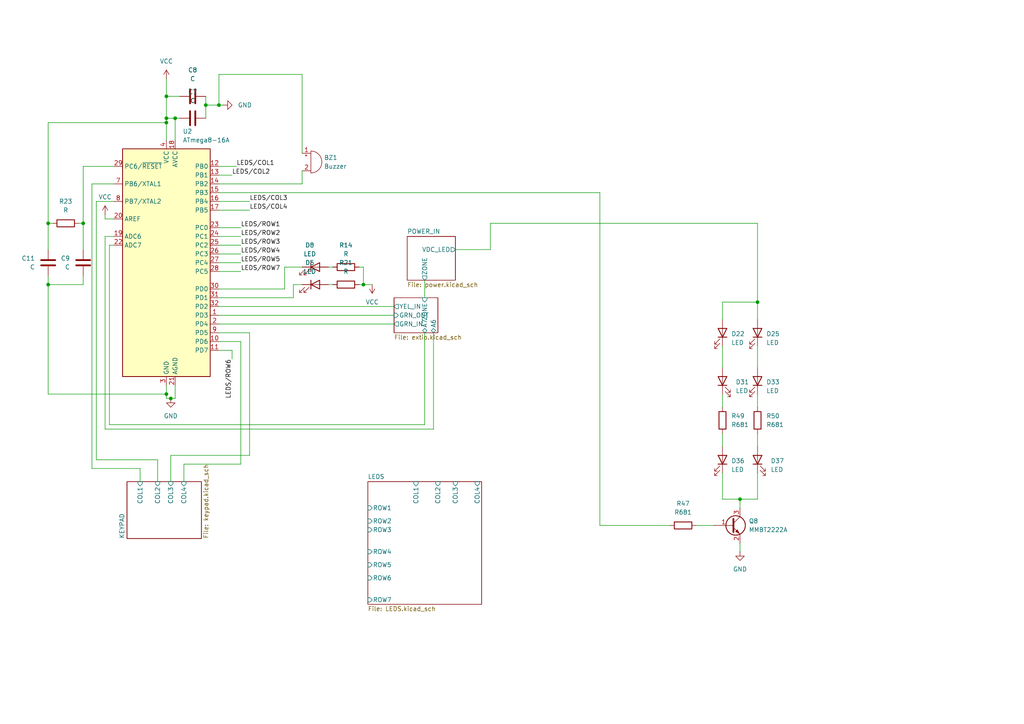
<source format=kicad_sch>
(kicad_sch (version 20231120) (generator "eeschema") (generator_version "8.0")
  (paper "A4")
  (lib_symbols
    (symbol "Device:Buzzer" (pin_names (offset 0.0254) hide)
      (property "Reference" "BZ" (at 3.81 1.27 0))
      (property "Value" "Buzzer" (at 3.81 -1.27 0))
      (symbol "Buzzer_0_1"
        (arc (start 0 -3.175) (mid 3.1612 0) (end 0 3.175))
        (polyline (pts (xy -1.651 1.905) (xy -1.143 1.905)))
        (polyline (pts (xy -1.397 2.159) (xy -1.397 1.651)))
        (polyline (pts (xy 0 3.175) (xy 0 -3.175)))
      )
      (symbol "Buzzer_1_1"
        (pin passive line (at -2.54 2.54 0) (length 2.54) (name "+") (number "1"))
        (pin passive line (at -2.54 -2.54 0) (length 2.54) (name "-") (number "2"))
      )
    )
    (symbol "Device:C" (pin_numbers hide) (pin_names (offset 0.254))
      (property "Reference" "C" (at 0.635 2.54 0))
      (property "Value" "C" (at 0.635 -2.54 0))
      (symbol "C_0_1"
        (polyline (pts (xy -2.032 -0.762) (xy 2.032 -0.762)) (stroke (width 0.508)))
        (polyline (pts (xy -2.032 0.762) (xy 2.032 0.762)) (stroke (width 0.508)))
      )
      (symbol "C_1_1"
        (pin passive line (at 0 3.81 270) (length 2.794) (name "~") (number "1"))
        (pin passive line (at 0 -3.81 90) (length 2.794) (name "~") (number "2"))
      )
    )
    (symbol "Device:LED" (pin_numbers hide) (pin_names (offset 1.016) hide)
      (property "Reference" "D" (at 0 2.54 0))
      (property "Value" "LED" (at 0 -2.54 0))
      (symbol "LED_0_1"
        (polyline (pts (xy -1.27 -1.27) (xy -1.27 1.27)) (stroke (width 0.254)))
        (polyline (pts (xy -1.27 0) (xy 1.27 0)))
        (polyline (pts (xy 1.27 -1.27) (xy 1.27 1.27) (xy -1.27 0) (xy 1.27 -1.27)) (stroke (width 0.254)))
        (polyline (pts (xy -3.048 -0.762) (xy -4.572 -2.286) (xy -3.81 -2.286) (xy -4.572 -2.286) (xy -4.572 -1.524)))
        (polyline (pts (xy -1.778 -0.762) (xy -3.302 -2.286) (xy -2.54 -2.286) (xy -3.302 -2.286) (xy -3.302 -1.524)))
      )
      (symbol "LED_1_1"
        (pin passive line (at -3.81 0 0) (length 2.54) (name "K") (number "1"))
        (pin passive line (at 3.81 0 180) (length 2.54) (name "A") (number "2"))
      )
    )
    (symbol "Device:R" (pin_numbers hide) (pin_names (offset 0))
      (property "Reference" "R" (at 2.032 0 90))
      (property "Value" "R" (at 0 0 90))
      (symbol "R_0_1"
        (rectangle (start -1.016 -2.54) (end 1.016 2.54) (stroke (width 0.254)))
      )
      (symbol "R_1_1"
        (pin passive line (at 0 3.81 270) (length 1.27) (name "~") (number "1"))
        (pin passive line (at 0 -3.81 90) (length 1.27) (name "~") (number "2"))
      )
    )
    (symbol "MCU_Microchip_ATmega:ATmega8-16A"
      (property "Reference" "U" (at -12.7 34.29 0))
      (property "Value" "ATmega8-16A" (at 5.08 -34.29 0))
      (symbol "ATmega8-16A_0_1"
        (rectangle (start -12.7 -33.02) (end 12.7 33.02) (stroke (width 0.254)) (fill (type background)))
      )
      (symbol "ATmega8-16A_1_1"
        (pin bidirectional line (at 15.24 -15.24 180) (length 2.54) (name "PD3") (number "1"))
        (pin bidirectional line (at 15.24 -22.86 180) (length 2.54) (name "PD6") (number "10"))
        (pin bidirectional line (at 15.24 -25.4 180) (length 2.54) (name "PD7") (number "11"))
        (pin bidirectional line (at 15.24 27.94 180) (length 2.54) (name "PB0") (number "12"))
        (pin bidirectional line (at 15.24 25.4 180) (length 2.54) (name "PB1") (number "13"))
        (pin bidirectional line (at 15.24 22.86 180) (length 2.54) (name "PB2") (number "14"))
        (pin bidirectional line (at 15.24 20.32 180) (length 2.54) (name "PB3") (number "15"))
        (pin bidirectional line (at 15.24 17.78 180) (length 2.54) (name "PB4") (number "16"))
        (pin bidirectional line (at 15.24 15.24 180) (length 2.54) (name "PB5") (number "17"))
        (pin power_in line (at 2.54 35.56 270) (length 2.54) (name "AVCC") (number "18"))
        (pin input line (at -15.24 7.62 0) (length 2.54) (name "ADC6") (number "19"))
        (pin bidirectional line (at 15.24 -17.78 180) (length 2.54) (name "PD4") (number "2"))
        (pin passive line (at -15.24 12.7 0) (length 2.54) (name "AREF") (number "20"))
        (pin power_in line (at 2.54 -35.56 90) (length 2.54) (name "AGND") (number "21"))
        (pin input line (at -15.24 5.08 0) (length 2.54) (name "ADC7") (number "22"))
        (pin bidirectional line (at 15.24 10.16 180) (length 2.54) (name "PC0") (number "23"))
        (pin bidirectional line (at 15.24 7.62 180) (length 2.54) (name "PC1") (number "24"))
        (pin bidirectional line (at 15.24 5.08 180) (length 2.54) (name "PC2") (number "25"))
        (pin bidirectional line (at 15.24 2.54 180) (length 2.54) (name "PC3") (number "26"))
        (pin bidirectional line (at 15.24 0 180) (length 2.54) (name "PC4") (number "27"))
        (pin bidirectional line (at 15.24 -2.54 180) (length 2.54) (name "PC5") (number "28"))
        (pin bidirectional line (at -15.24 27.94 0) (length 2.54) (name "PC6/~{RESET}") (number "29"))
        (pin power_in line (at 0 -35.56 90) (length 2.54) (name "GND") (number "3"))
        (pin bidirectional line (at 15.24 -7.62 180) (length 2.54) (name "PD0") (number "30"))
        (pin bidirectional line (at 15.24 -10.16 180) (length 2.54) (name "PD1") (number "31"))
        (pin bidirectional line (at 15.24 -12.7 180) (length 2.54) (name "PD2") (number "32"))
        (pin power_in line (at 0 35.56 270) (length 2.54) (name "VCC") (number "4"))
        (pin passive line (at 0 -35.56 90) (length 2.54) hide (name "GND") (number "5"))
        (pin passive line (at 0 35.56 270) (length 2.54) hide (name "VCC") (number "6"))
        (pin bidirectional line (at -15.24 22.86 0) (length 2.54) (name "PB6/XTAL1") (number "7"))
        (pin bidirectional line (at -15.24 17.78 0) (length 2.54) (name "PB7/XTAL2") (number "8"))
        (pin bidirectional line (at 15.24 -20.32 180) (length 2.54) (name "PD5") (number "9"))
      )
    )
    (symbol "Transistor_BJT:MMBT2222A" (pin_names (offset 0) hide)
      (property "Reference" "Q" (at 5.08 1.905 0))
      (property "Value" "MMBT2222A" (at 5.08 0 0))
      (symbol "MMBT2222A_0_1"
        (polyline (pts (xy 0.635 0.635) (xy 2.54 2.54)))
        (polyline (pts (xy 0.635 -0.635) (xy 2.54 -2.54) (xy 2.54 -2.54)))
        (polyline (pts (xy 0.635 1.905) (xy 0.635 -1.905) (xy 0.635 -1.905)) (stroke (width 0.508)))
        (polyline (pts (xy 1.27 -1.778) (xy 1.778 -1.27) (xy 2.286 -2.286) (xy 1.27 -1.778) (xy 1.27 -1.778)) (fill (type outline)))
        (circle (center 1.27 0) (radius 2.8194) (stroke (width 0.254)))
      )
      (symbol "MMBT2222A_1_1"
        (pin input line (at -5.08 0 0) (length 5.715) (name "B") (number "1"))
        (pin passive line (at 2.54 -5.08 90) (length 2.54) (name "E") (number "2"))
        (pin passive line (at 2.54 5.08 270) (length 2.54) (name "C") (number "3"))
      )
    )
    (symbol "power:GND" (power) (pin_numbers hide) (pin_names (offset 0) hide)
      (property "Value" "GND" (at 0 -3.81 0))
      (symbol "GND_0_1"
        (polyline (pts (xy 0 0) (xy 0 -1.27) (xy 1.27 -1.27) (xy 0 -2.54) (xy -1.27 -1.27) (xy 0 -1.27)))
      )
      (symbol "GND_1_1"
        (pin power_in line (at 0 0 270) (length 0) (name "~") (number "1"))
      )
    )
    (symbol "power:VCC" (power) (pin_numbers hide) (pin_names (offset 0) hide)
      (property "Value" "VCC" (at 0 3.556 0))
      (symbol "VCC_0_1"
        (polyline (pts (xy -0.762 1.27) (xy 0 2.54)))
        (polyline (pts (xy 0 0) (xy 0 2.54)))
        (polyline (pts (xy 0 2.54) (xy 0.762 1.27)))
      )
      (symbol "VCC_1_1"
        (pin power_in line (at 0 0 90) (length 0) (name "~") (number "1"))
      )
    )
  )
  (junction (at 48.26 114.3))
  (junction (at 105.41 82.55))
  (junction (at 48.26 27.94))
  (junction (at 13.97 82.55))
  (junction (at 48.26 35.56))
  (junction (at 50.8 34.29))
  (junction (at 49.53 115.57))
  (junction (at 214.63 144.78))
  (junction (at 63.5 30.48))
  (junction (at 48.26 34.29))
  (junction (at 24.13 64.77))
  (junction (at 219.71 87.63))
  (junction (at 13.97 64.77))
  (junction (at 59.69 30.48))
  (wire (pts (xy 31.75 71.12) (xy 31.75 123.19)))
  (wire (pts (xy 105.41 77.47) (xy 105.41 82.55)))
  (wire (pts (xy 48.26 35.56) (xy 48.26 40.64)))
  (wire (pts (xy 95.25 82.55) (xy 96.52 82.55)))
  (wire (pts (xy 87.63 53.34) (xy 87.63 49.53)))
  (wire (pts (xy 123.19 123.19) (xy 123.19 96.52)))
  (wire (pts (xy 63.5 96.52) (xy 72.39 96.52)))
  (wire (pts (xy 33.02 58.42) (xy 27.94 58.42)))
  (wire (pts (xy 49.53 132.08) (xy 49.53 139.7)))
  (wire (pts (xy 50.8 111.76) (xy 50.8 115.57)))
  (wire (pts (xy 87.63 21.59) (xy 63.5 21.59)))
  (wire (pts (xy 125.73 96.52) (xy 125.73 124.46)))
  (wire (pts (xy 209.55 87.63) (xy 209.55 92.71)))
  (wire (pts (xy 67.31 101.6) (xy 67.31 104.14)))
  (wire (pts (xy 48.26 35.56) (xy 13.97 35.56)))
  (wire (pts (xy 13.97 35.56) (xy 13.97 64.77)))
  (wire (pts (xy 30.48 124.46) (xy 30.48 68.58)))
  (wire (pts (xy 63.5 88.9) (xy 114.3 88.9)))
  (wire (pts (xy 63.5 93.98) (xy 114.3 93.98)))
  (wire (pts (xy 87.63 44.45) (xy 87.63 21.59)))
  (wire (pts (xy 63.5 99.06) (xy 69.85 99.06)))
  (wire (pts (xy 63.5 60.96) (xy 72.39 60.96)))
  (wire (pts (xy 27.94 133.35) (xy 45.72 133.35)))
  (wire (pts (xy 63.5 71.12) (xy 69.85 71.12)))
  (wire (pts (xy 24.13 80.01) (xy 24.13 82.55)))
  (wire (pts (xy 63.5 53.34) (xy 87.63 53.34)))
  (wire (pts (xy 45.72 133.35) (xy 45.72 139.7)))
  (wire (pts (xy 142.24 64.77) (xy 219.71 64.77)))
  (wire (pts (xy 63.5 48.26) (xy 68.58 48.26)))
  (wire (pts (xy 31.75 123.19) (xy 123.19 123.19)))
  (wire (pts (xy 82.55 77.47) (xy 82.55 83.82)))
  (wire (pts (xy 50.8 34.29) (xy 52.07 34.29)))
  (wire (pts (xy 209.55 137.16) (xy 209.55 144.78)))
  (wire (pts (xy 214.63 157.48) (xy 214.63 160.02)))
  (wire (pts (xy 72.39 132.08) (xy 49.53 132.08)))
  (wire (pts (xy 63.5 78.74) (xy 69.85 78.74)))
  (wire (pts (xy 24.13 82.55) (xy 13.97 82.55)))
  (wire (pts (xy 48.26 35.56) (xy 48.26 34.29)))
  (wire (pts (xy 48.26 34.29) (xy 50.8 34.29)))
  (wire (pts (xy 48.26 111.76) (xy 48.26 114.3)))
  (wire (pts (xy 50.8 115.57) (xy 49.53 115.57)))
  (wire (pts (xy 209.55 125.73) (xy 209.55 129.54)))
  (wire (pts (xy 209.55 87.63) (xy 219.71 87.63)))
  (wire (pts (xy 173.99 55.88) (xy 173.99 152.4)))
  (wire (pts (xy 48.26 22.86) (xy 48.26 27.94)))
  (wire (pts (xy 50.8 34.29) (xy 50.8 40.64)))
  (wire (pts (xy 219.71 137.16) (xy 219.71 144.78)))
  (wire (pts (xy 33.02 53.34) (xy 26.67 53.34)))
  (wire (pts (xy 33.02 71.12) (xy 31.75 71.12)))
  (wire (pts (xy 13.97 82.55) (xy 13.97 80.01)))
  (wire (pts (xy 48.26 27.94) (xy 48.26 34.29)))
  (wire (pts (xy 30.48 62.23) (xy 30.48 63.5)))
  (wire (pts (xy 63.5 66.04) (xy 69.85 66.04)))
  (wire (pts (xy 63.5 30.48) (xy 59.69 30.48)))
  (wire (pts (xy 13.97 114.3) (xy 13.97 82.55)))
  (wire (pts (xy 219.71 125.73) (xy 219.71 129.54)))
  (wire (pts (xy 15.24 64.77) (xy 13.97 64.77)))
  (wire (pts (xy 219.71 100.33) (xy 219.71 106.68)))
  (wire (pts (xy 63.5 91.44) (xy 114.3 91.44)))
  (wire (pts (xy 96.52 77.47) (xy 95.25 77.47)))
  (wire (pts (xy 26.67 53.34) (xy 26.67 135.89)))
  (wire (pts (xy 48.26 27.94) (xy 52.07 27.94)))
  (wire (pts (xy 63.5 101.6) (xy 67.31 101.6)))
  (wire (pts (xy 48.26 114.3) (xy 13.97 114.3)))
  (wire (pts (xy 72.39 96.52) (xy 72.39 132.08)))
  (wire (pts (xy 209.55 100.33) (xy 209.55 106.68)))
  (wire (pts (xy 123.19 81.28) (xy 123.19 86.36)))
  (wire (pts (xy 87.63 77.47) (xy 82.55 77.47)))
  (wire (pts (xy 63.5 73.66) (xy 69.85 73.66)))
  (wire (pts (xy 87.63 82.55) (xy 85.09 82.55)))
  (wire (pts (xy 63.5 55.88) (xy 173.99 55.88)))
  (wire (pts (xy 63.5 21.59) (xy 63.5 30.48)))
  (wire (pts (xy 59.69 30.48) (xy 59.69 34.29)))
  (wire (pts (xy 30.48 68.58) (xy 33.02 68.58)))
  (wire (pts (xy 27.94 58.42) (xy 27.94 133.35)))
  (wire (pts (xy 63.5 76.2) (xy 69.85 76.2)))
  (wire (pts (xy 69.85 134.62) (xy 53.34 134.62)))
  (wire (pts (xy 13.97 64.77) (xy 13.97 72.39)))
  (wire (pts (xy 142.24 72.39) (xy 142.24 64.77)))
  (wire (pts (xy 85.09 82.55) (xy 85.09 86.36)))
  (wire (pts (xy 63.5 83.82) (xy 82.55 83.82)))
  (wire (pts (xy 48.26 114.3) (xy 48.26 115.57)))
  (wire (pts (xy 48.26 115.57) (xy 49.53 115.57)))
  (wire (pts (xy 40.64 135.89) (xy 40.64 139.7)))
  (wire (pts (xy 219.71 144.78) (xy 214.63 144.78)))
  (wire (pts (xy 209.55 144.78) (xy 214.63 144.78)))
  (wire (pts (xy 105.41 82.55) (xy 107.95 82.55)))
  (wire (pts (xy 64.77 30.48) (xy 63.5 30.48)))
  (wire (pts (xy 209.55 114.3) (xy 209.55 118.11)))
  (wire (pts (xy 63.5 50.8) (xy 67.31 50.8)))
  (wire (pts (xy 24.13 48.26) (xy 24.13 64.77)))
  (wire (pts (xy 59.69 30.48) (xy 59.69 27.94)))
  (wire (pts (xy 69.85 99.06) (xy 69.85 134.62)))
  (wire (pts (xy 104.14 77.47) (xy 105.41 77.47)))
  (wire (pts (xy 53.34 134.62) (xy 53.34 139.7)))
  (wire (pts (xy 214.63 147.32) (xy 214.63 144.78)))
  (wire (pts (xy 24.13 64.77) (xy 24.13 72.39)))
  (wire (pts (xy 201.93 152.4) (xy 207.01 152.4)))
  (wire (pts (xy 26.67 135.89) (xy 40.64 135.89)))
  (wire (pts (xy 173.99 152.4) (xy 194.31 152.4)))
  (wire (pts (xy 132.08 72.39) (xy 142.24 72.39)))
  (wire (pts (xy 33.02 48.26) (xy 24.13 48.26)))
  (wire (pts (xy 219.71 87.63) (xy 219.71 92.71)))
  (wire (pts (xy 24.13 64.77) (xy 22.86 64.77)))
  (wire (pts (xy 63.5 68.58) (xy 69.85 68.58)))
  (wire (pts (xy 104.14 82.55) (xy 105.41 82.55)))
  (wire (pts (xy 85.09 86.36) (xy 63.5 86.36)))
  (wire (pts (xy 219.71 114.3) (xy 219.71 118.11)))
  (wire (pts (xy 219.71 64.77) (xy 219.71 87.63)))
  (wire (pts (xy 125.73 124.46) (xy 30.48 124.46)))
  (wire (pts (xy 30.48 63.5) (xy 33.02 63.5)))
  (wire (pts (xy 63.5 58.42) (xy 72.39 58.42)))
  (label "LEDS{slash}ROW4" (at 69.85 73.66 0))
  (label "LEDS{slash}ROW5" (at 69.85 76.2 0))
  (label "LEDS{slash}COL1" (at 68.58 48.26 0))
  (label "LEDS{slash}ROW1" (at 69.85 66.04 0))
  (label "LEDS{slash}COL2" (at 67.31 50.8 0))
  (label "LEDS{slash}ROW7" (at 69.85 78.74 0))
  (label "LEDS{slash}ROW3" (at 69.85 71.12 0))
  (label "LEDS{slash}ROW2" (at 69.85 68.58 0))
  (label "LEDS{slash}ROW6" (at 67.31 104.14 270))
  (label "LEDS{slash}COL3" (at 72.39 58.42 0))
  (label "LEDS{slash}COL4" (at 72.39 60.96 0))
  (symbol (lib_id "MCU_Microchip_ATmega:ATmega8-16A") (at 48.26 76.2 0) (unit 1)
    (property "Reference" "U2" (at 52.9941 38.1 0) (effects (justify left)))
    (property "Value" "ATmega8-16A" (at 52.9941 40.64 0) (effects (justify left)))
    (property "Footprint" "Package_QFP:TQFP-32_7x7mm_P0.8mm" (effects (hide yes)))
    (property "Datasheet" "http://ww1.microchip.com/downloads/en/DeviceDoc/atmel-2486-8-bit-avr-microcontroller-atmega8_l_datasheet.pdf" (effects (hide yes)))
    (property "Description" "16MHz, 8kB Flash, 1kB SRAM, 512B EEPROM, TQFP-32" (effects (hide yes)))
  )
  (symbol (lib_id "power:VCC") (at 48.26 22.86 0) (unit 1)
    (property "Reference" "#PWR05" (effects (hide yes)))
    (property "Value" "VCC" (at 48.26 17.78 0))
    (property "Description" "Power symbol creates a global label with name \"VCC\"" (effects (hide yes)))
  )
  (symbol (lib_id "Transistor_BJT:MMBT2222A") (at 212.09 152.4 0) (unit 1)
    (property "Reference" "Q8" (at 217.17 151.1299 0) (effects (justify left)))
    (property "Value" "MMBT2222A" (at 217.17 153.6699 0) (effects (justify left)))
    (property "Footprint" "Package_TO_SOT_SMD:SOT-23" (effects (hide yes)))
    (property "Datasheet" "https://assets.nexperia.com/documents/data-sheet/MMBT2222A.pdf" (effects (hide yes)))
    (property "Description" "600mA Ic, 40V Vce, NPN Transistor, SOT-23" (effects (hide yes)))
  )
  (symbol (lib_id "Device:LED") (at 219.71 96.52 270) (mirror x) (unit 1)
    (property "Reference" "D25" (at 222.25 96.8374 90) (effects (justify left)))
    (property "Value" "LED" (at 222.25 99.3774 90) (effects (justify left)))
    (property "Footprint" "LED_SMD:LED_1206_3216Metric_ReverseMount_Hole1.8x2.4mm" (effects (hide yes)))
    (property "Description" "Light emitting diode" (effects (hide yes)))
  )
  (symbol (lib_id "Device:LED") (at 91.44 82.55 0) (unit 1)
    (property "Reference" "D5" (at 89.8525 76.2 0))
    (property "Value" "LED" (at 89.8525 78.74 0))
    (property "Footprint" "LED_SMD:LED_1206_3216Metric_ReverseMount_Hole1.8x2.4mm" (effects (hide yes)))
    (property "Description" "Light emitting diode" (effects (hide yes)))
  )
  (symbol (lib_id "Device:C") (at 13.97 76.2 0) (mirror y) (unit 1)
    (property "Reference" "C11" (at 10.16 74.9299 0) (effects (justify left)))
    (property "Value" "C" (at 10.16 77.4699 0) (effects (justify left)))
    (property "Footprint" "Capacitor_SMD:C_0805_2012Metric_Pad1.18x1.45mm_HandSolder" (effects (hide yes)))
    (property "Description" "Unpolarized capacitor" (effects (hide yes)))
  )
  (symbol (lib_id "Device:R") (at 19.05 64.77 270) (mirror x) (unit 1)
    (property "Reference" "R23" (at 19.05 58.42 90))
    (property "Value" "R" (at 19.05 60.96 90))
    (property "Footprint" "Resistor_SMD:R_0603_1608Metric_Pad0.98x0.95mm_HandSolder" (effects (hide yes)))
    (property "Description" "Resistor" (effects (hide yes)))
  )
  (symbol (lib_id "Device:R") (at 219.71 121.92 0) (unit 1)
    (property "Reference" "R50" (at 222.25 120.6499 0) (effects (justify left)))
    (property "Value" "R681" (at 222.25 123.1899 0) (effects (justify left)))
    (property "Footprint" "Resistor_SMD:R_0603_1608Metric_Pad0.98x0.95mm_HandSolder" (effects (hide yes)))
    (property "Description" "Resistor" (effects (hide yes)))
  )
  (symbol (lib_id "Device:LED") (at 219.71 110.49 270) (mirror x) (unit 1)
    (property "Reference" "D33" (at 222.25 110.8074 90) (effects (justify left)))
    (property "Value" "LED" (at 222.25 113.3474 90) (effects (justify left)))
    (property "Footprint" "LED_SMD:LED_1206_3216Metric_ReverseMount_Hole1.8x2.4mm" (effects (hide yes)))
    (property "Description" "Light emitting diode" (effects (hide yes)))
  )
  (symbol (lib_id "Device:LED") (at 209.55 96.52 270) (mirror x) (unit 1)
    (property "Reference" "D22" (at 212.09 96.8374 90) (effects (justify left)))
    (property "Value" "LED" (at 212.09 99.3774 90) (effects (justify left)))
    (property "Footprint" "LED_SMD:LED_1206_3216Metric_ReverseMount_Hole1.8x2.4mm" (effects (hide yes)))
    (property "Description" "Light emitting diode" (effects (hide yes)))
  )
  (symbol (lib_id "Device:LED") (at 219.71 133.35 90) (unit 1)
    (property "Reference" "D37" (at 223.52 133.6674 90) (effects (justify right)))
    (property "Value" "LED" (at 223.52 136.2074 90) (effects (justify right)))
    (property "Footprint" "LED_SMD:LED_1206_3216Metric_ReverseMount_Hole1.8x2.4mm" (effects (hide yes)))
    (property "Description" "Light emitting diode" (effects (hide yes)))
  )
  (symbol (lib_id "power:VCC") (at 107.95 82.55 0) (mirror x) (unit 1)
    (property "Reference" "#PWR019" (effects (hide yes)))
    (property "Value" "VCC" (at 107.95 87.63 0))
    (property "Description" "Power symbol creates a global label with name \"VCC\"" (effects (hide yes)))
  )
  (symbol (lib_id "power:GND") (at 64.77 30.48 90) (unit 1)
    (property "Reference" "#PWR020" (effects (hide yes)))
    (property "Value" "GND" (at 68.9765 30.4799 90) (effects (justify right)))
    (property "Description" "Power symbol creates a global label with name \"GND\" , ground" (effects (hide yes)))
  )
  (symbol (lib_id "Device:R") (at 198.12 152.4 270) (unit 1)
    (property "Reference" "R47" (at 198.12 146.05 90))
    (property "Value" "R681" (at 198.12 148.59 90))
    (property "Footprint" "Resistor_SMD:R_0603_1608Metric_Pad0.98x0.95mm_HandSolder" (effects (hide yes)))
    (property "Description" "Resistor" (effects (hide yes)))
  )
  (symbol (lib_id "power:GND") (at 214.63 160.02 0) (unit 1)
    (property "Reference" "#PWR01" (effects (hide yes)))
    (property "Value" "GND" (at 214.63 165.1 0))
    (property "Description" "Power symbol creates a global label with name \"GND\" , ground" (effects (hide yes)))
  )
  (symbol (lib_id "Device:R") (at 100.33 82.55 270) (unit 1)
    (property "Reference" "R21" (at 100.33 76.2 90))
    (property "Value" "R" (at 100.33 78.74 90))
    (property "Footprint" "Resistor_SMD:R_0603_1608Metric_Pad0.98x0.95mm_HandSolder" (effects (hide yes)))
    (property "Description" "Resistor" (effects (hide yes)))
  )
  (symbol (lib_id "Device:Buzzer") (at 90.17 46.99 0) (unit 1)
    (property "Reference" "BZ1" (at 93.98 45.7199 0) (effects (justify left)))
    (property "Value" "Buzzer" (at 93.98 48.2599 0) (effects (justify left)))
    (property "Footprint" "Buzzer_Beeper:Buzzer_15x7.5RM7.6" (effects (hide yes)))
    (property "Description" "Buzzer, polarized" (effects (hide yes)))
  )
  (symbol (lib_id "Device:C") (at 55.88 27.94 270) (unit 1)
    (property "Reference" "C8" (at 55.88 20.32 90))
    (property "Value" "C" (at 55.88 22.86 90))
    (property "Footprint" "Capacitor_SMD:C_0805_2012Metric_Pad1.18x1.45mm_HandSolder" (effects (hide yes)))
    (property "Description" "Unpolarized capacitor" (effects (hide yes)))
  )
  (symbol (lib_id "power:VCC") (at 30.48 62.23 0) (unit 1)
    (property "Reference" "#PWR032" (effects (hide yes)))
    (property "Value" "VCC" (at 30.48 57.15 0))
    (property "Description" "Power symbol creates a global label with name \"VCC\"" (effects (hide yes)))
  )
  (symbol (lib_id "Device:C") (at 24.13 76.2 0) (mirror y) (unit 1)
    (property "Reference" "C9" (at 20.32 74.9299 0) (effects (justify left)))
    (property "Value" "C" (at 20.32 77.4699 0) (effects (justify left)))
    (property "Footprint" "Capacitor_SMD:C_0805_2012Metric_Pad1.18x1.45mm_HandSolder" (effects (hide yes)))
    (property "Description" "Unpolarized capacitor" (effects (hide yes)))
  )
  (symbol (lib_id "Device:LED") (at 209.55 110.49 90) (unit 1)
    (property "Reference" "D31" (at 213.36 110.8074 90) (effects (justify right)))
    (property "Value" "LED" (at 213.36 113.3474 90) (effects (justify right)))
    (property "Footprint" "LED_SMD:LED_1206_3216Metric_ReverseMount_Hole1.8x2.4mm" (effects (hide yes)))
    (property "Description" "Light emitting diode" (effects (hide yes)))
  )
  (symbol (lib_id "Device:R") (at 100.33 77.47 90) (unit 1)
    (property "Reference" "R14" (at 100.33 71.12 90))
    (property "Value" "R" (at 100.33 73.66 90))
    (property "Footprint" "Resistor_SMD:R_0603_1608Metric_Pad0.98x0.95mm_HandSolder" (effects (hide yes)))
    (property "Description" "Resistor" (effects (hide yes)))
  )
  (symbol (lib_id "Device:R") (at 209.55 121.92 0) (unit 1)
    (property "Reference" "R49" (at 212.09 120.6499 0) (effects (justify left)))
    (property "Value" "R681" (at 212.09 123.1899 0) (effects (justify left)))
    (property "Footprint" "Resistor_SMD:R_0603_1608Metric_Pad0.98x0.95mm_HandSolder" (effects (hide yes)))
    (property "Description" "Resistor" (effects (hide yes)))
  )
  (symbol (lib_id "Device:LED") (at 91.44 77.47 0) (unit 1)
    (property "Reference" "D8" (at 89.8525 71.12 0))
    (property "Value" "LED" (at 89.8525 73.66 0))
    (property "Footprint" "LED_SMD:LED_1206_3216Metric_ReverseMount_Hole1.8x2.4mm" (effects (hide yes)))
    (property "Description" "Light emitting diode" (effects (hide yes)))
  )
  (symbol (lib_id "Device:LED") (at 209.55 133.35 270) (mirror x) (unit 1)
    (property "Reference" "D36" (at 212.09 133.6674 90) (effects (justify left)))
    (property "Value" "LED" (at 212.09 136.2074 90) (effects (justify left)))
    (property "Footprint" "LED_SMD:LED_1206_3216Metric_ReverseMount_Hole1.8x2.4mm" (effects (hide yes)))
    (property "Description" "Light emitting diode" (effects (hide yes)))
  )
  (symbol (lib_id "Device:C") (at 55.88 34.29 270) (unit 1)
    (property "Reference" "C7" (at 55.88 26.67 90))
    (property "Value" "C" (at 55.88 29.21 90))
    (property "Footprint" "Capacitor_SMD:C_0805_2012Metric_Pad1.18x1.45mm_HandSolder" (effects (hide yes)))
    (property "Description" "Unpolarized capacitor" (effects (hide yes)))
  )
  (symbol (lib_id "power:GND") (at 49.53 115.57 0) (unit 1)
    (property "Reference" "#PWR06" (effects (hide yes)))
    (property "Value" "GND" (at 49.53 120.65 0))
    (property "Description" "Power symbol creates a global label with name \"GND\" , ground" (effects (hide yes)))
  )
  (sheet (at 114.3 86.36) (size 12.7 10.16) (stroke (width 0.1524))
    (property "Sheetname" "EXT_IO" (effects (hide yes)))
    (property "Sheetfile" "extio.kicad_sch" (at 114.3 97.1046 0) (effects (justify left top)))
    (pin "GRN_OUT" input (at 114.3 91.44 180))
    (pin "YEL_IN" output (at 114.3 88.9 180))
    (pin "GRN_IN" output (at 114.3 93.98 180))
    (pin "ZONE" input (at 123.19 86.36 90))
    (pin "A6" bidirectional (at 125.73 96.52 270))
    (pin "A7" bidirectional (at 123.19 96.52 270))
  )
  (sheet (at 36.83 139.7) (size 21.59 16.51) (stroke (width 0.1524))
    (property "Sheetname" "KEYPAD" (at 36.1184 156.21 90) (effects (justify left bottom)))
    (property "Sheetfile" "keypad.kicad_sch" (at 59.0046 156.21 90) (effects (justify left top)))
    (pin "COL1" input (at 40.64 139.7 90))
    (pin "COL3" input (at 49.53 139.7 90))
    (pin "COL2" input (at 45.72 139.7 90))
    (pin "COL4" input (at 53.34 139.7 90))
  )
  (sheet (at 118.11 68.58) (size 13.97 12.7) (stroke (width 0.1524))
    (property "Sheetname" "POWER_IN" (at 118.11 67.8684 0) (effects (justify left bottom)))
    (property "Sheetfile" "power.kicad_sch" (at 118.11 81.8646 0) (effects (justify left top)))
    (pin "ZONE" output (at 123.19 81.28 270))
    (pin "VDC_LED" output (at 132.08 72.39 0))
  )
  (sheet (at 106.68 139.7) (size 33.02 35.56) (stroke (width 0.1524))
    (property "Sheetname" "LEDS" (at 106.68 138.9884 0) (effects (justify left bottom)))
    (property "Sheetfile" "LEDS.kicad_sch" (at 106.68 175.8446 0) (effects (justify left top)))
    (pin "COL4" input (at 138.43 139.7 90))
    (pin "ROW3" input (at 106.68 153.67 180))
    (pin "ROW4" input (at 106.68 160.02 180))
    (pin "ROW7" input (at 106.68 173.99 180))
    (pin "ROW6" input (at 106.68 167.64 180))
    (pin "ROW5" input (at 106.68 163.83 180))
    (pin "ROW1" input (at 106.68 147.32 180))
    (pin "ROW2" input (at 106.68 151.13 180))
    (pin "COL1" input (at 120.65 139.7 90))
    (pin "COL2" input (at 127 139.7 90))
    (pin "COL3" input (at 132.08 139.7 90))
  )
)
</source>
